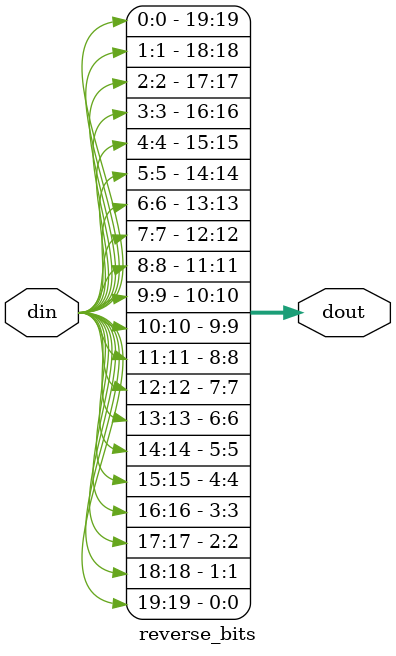
<source format=v>



// Copyright 2012 Altera Corporation. All rights reserved.  
// Altera products are protected under numerous U.S. and foreign patents, 
// maskwork rights, copyrights and other intellectual property laws.  
//
// This reference design file, and your use thereof, is subject to and governed
// by the terms and conditions of the applicable Altera Reference Design 
// License Agreement (either as signed by you or found at www.altera.com).  By
// using this reference design file, you indicate your acceptance of such terms
// and conditions between you and Altera Corporation.  In the event that you do
// not agree with such terms and conditions, you may not use the reference 
// design file and please promptly destroy any copies you have made.
//
// This reference design file is being provided on an "as-is" basis and as an 
// accommodation and therefore all warranties, representations or guarantees of 
// any kind (whether express, implied or statutory) including, without 
// limitation, warranties of merchantability, non-infringement, or fitness for
// a particular purpose, are specifically disclaimed.  By making this reference
// design file available, Altera expressly does not recommend, suggest or 
// require that this reference design file be used in combination with any 
// other product not provided by Altera.
/////////////////////////////////////////////////////////////////////////////

`timescale 1 ps / 1 ps
// baeckler - 06-06-2012

module reverse_bits #(
	parameter WIDTH = 20
)(
	input [WIDTH-1:0] din,
	output [WIDTH-1:0] dout
);

genvar i;
generate
	for (i=0; i<WIDTH; i=i+1) begin : lp
		assign dout[WIDTH-1-i] = din[i];		
	end
endgenerate

endmodule
// BENCHMARK INFO :  5SGXEA7N2F45C2
// BENCHMARK INFO :  Max depth :  0.0 LUTs
// BENCHMARK INFO :  Total registers : 0
// BENCHMARK INFO :  Total pins : 40
// BENCHMARK INFO :  Total virtual pins : 0
// BENCHMARK INFO :  Total block memory bits : 0
// BENCHMARK INFO :  Comb ALUTs :                         ; 1               ;       ;
// BENCHMARK INFO :  ALMs : 1 / 234,720 ( < 1 % )

</source>
